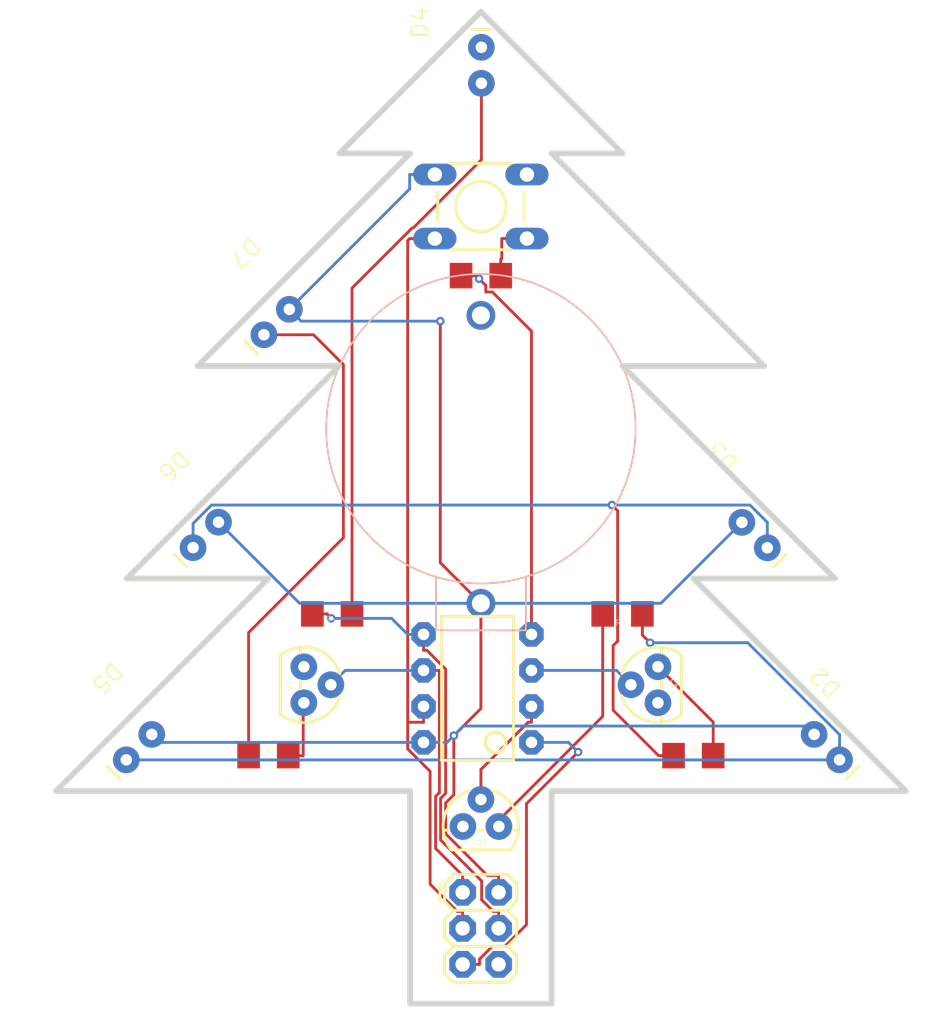
<source format=kicad_pcb>
(kicad_pcb (version 20241129) (generator "pcbnew") (generator_version "8.99")
  (layers (0 "F.Cu" signal) (2 "B.Cu" signal) (13 "F.Paste" user) (15 "B.Paste" user) (5 "F.SilkS" user "F.Silkscreen") (7 "B.SilkS" user "B.Silkscreen") (1 "F.Mask" user) (3 "B.Mask" user) (25 "Edge.Cuts" user))
  (net 0 "")
  (net 1 "VCC")
  (net 2 "GND")
  (net 3 "MOSI/TOP")
  (net 4 "SCK/SW")
  (net 5 "MISO/T3")
  (net 6 "RST")
  (net 7 "N$5")
  (net 8 "N$6")
  (net 9 "L2")
  (net 10 "N$2")
  (net 11 "N$4")
  (net 12 "L3")
  (net 13 "N$3")
  (net 14 "L1")
  (net 15 "T1")
  (net 16 "T2")
  (footprint "xmas_tree:LED5MM-SLIM" (layer "F.Cu") (at 148.5351 73.7836 90)
    (property "Reference" "D4" (at 1.8 -3.6584 90) (layer "F.SilkS") (effects (font (size 1.1557 1.1557) (thickness 0.1143)) (justify left bottom)))
    (property "Value" "")
    (fp_line (start 2.54 0.635) (end 2.54 -0.635) (stroke (width 0.2032)) (layer "F.SilkS"))
    (pad "A" thru_hole circle (at -1.27 0 90) (size 1.8796 1.8796) (drill 0.8128) (layers "*.Cu" "*.Mask") (net 8 "N$6"))
    (pad "K" thru_hole circle (at 1.27 0 90) (size 1.8796 1.8796) (drill 0.8128) (layers "*.Cu" "*.Mask") (net 2 "GND"))
  )
  (footprint "xmas_tree:LED5MM-SLIM" (layer "F.Cu") (at 172.9251 121.9036 -45)
    (property "Reference" "D2" (at -2.102728 -3.841454 135) (layer "F.SilkS") (effects (font (size 1.1557 1.1557) (thickness 0.1143)) (justify left bottom)))
    (property "Value" "")
    (fp_line (start 2.54 0.635) (end 2.54 -0.635) (stroke (width 0.2032)) (layer "F.SilkS"))
    (pad "A" thru_hole circle (at -1.270001 0 315) (size 1.8796 1.8796) (drill 0.8128) (layers "*.Cu" "*.Mask") (net 1 "VCC"))
    (pad "K" thru_hole circle (at 1.270001 0 315) (size 1.8796 1.8796) (drill 0.8128) (layers "*.Cu" "*.Mask") (net 14 "L1"))
  )
  (footprint "xmas_tree:DIP08" (layer "F.Cu") (at 148.2611 117.7586 90)
    (property "Reference" "U1" (hide yes))
    (property "Value" "TINY45-20-DIP")
    (fp_line (start 5.08 -2.54) (end 5.08 2.54) (stroke (width 0.2032)) (layer "F.SilkS"))
    (fp_line (start -5.08 -2.54) (end 5.08 -2.54) (stroke (width 0.2032)) (layer "F.SilkS"))
    (fp_line (start -5.08 -2.54) (end -5.08 1.524) (stroke (width 0.2032)) (layer "F.SilkS"))
    (fp_line (start -5.08 1.524) (end -5.08 1.016) (stroke (width 0.2032)) (layer "F.SilkS"))
    (fp_line (start -5.08 2.54) (end -5.08 1.524) (stroke (width 0.2032)) (layer "F.SilkS"))
    (fp_line (start -5.08 2.54) (end 5.08 2.54) (stroke (width 0.2032)) (layer "F.SilkS"))
    (fp_circle (center -3.81 1.27) (end -3.0916 1.27) (stroke (width 0.254)) (fill no) (layer "F.SilkS"))
    (pad "1" thru_hole roundrect (at -3.81 3.81 90) (size 1.7272 1.7272) (drill 0.8128) (layers "*.Cu" "*.Mask") (chamfer_ratio 0.2928932188) (chamfer top_left top_right bottom_left bottom_right) (net 6 "RST"))
    (pad "2" thru_hole roundrect (at -1.27 3.81 90) (size 1.7272 1.7272) (drill 0.8128) (layers "*.Cu" "*.Mask") (chamfer_ratio 0.2928932188) (chamfer top_left top_right bottom_left bottom_right) (net 15 "T1"))
    (pad "3" thru_hole roundrect (at 1.27 3.81 90) (size 1.7272 1.7272) (drill 0.8128) (layers "*.Cu" "*.Mask") (chamfer_ratio 0.2928932188) (chamfer top_left top_right bottom_left bottom_right) (net 16 "T2"))
    (pad "4" thru_hole roundrect (at 3.81 3.81 90) (size 1.7272 1.7272) (drill 0.8128) (layers "*.Cu" "*.Mask") (chamfer_ratio 0.2928932188) (chamfer top_left top_right bottom_left bottom_right) (net 2 "GND"))
    (pad "5" thru_hole roundrect (at 3.81 -3.81 90) (size 1.7272 1.7272) (drill 0.8128) (layers "*.Cu" "*.Mask") (chamfer_ratio 0.2928932188) (chamfer top_left top_right bottom_left bottom_right) (net 3 "MOSI/TOP"))
    (pad "6" thru_hole roundrect (at 1.27 -3.81 90) (size 1.7272 1.7272) (drill 0.8128) (layers "*.Cu" "*.Mask") (chamfer_ratio 0.2928932188) (chamfer top_left top_right bottom_left bottom_right) (net 5 "MISO/T3"))
    (pad "7" thru_hole roundrect (at -1.27 -3.81 90) (size 1.7272 1.7272) (drill 0.8128) (layers "*.Cu" "*.Mask") (chamfer_ratio 0.2928932188) (chamfer top_left top_right bottom_left bottom_right) (net 4 "SCK/SW"))
    (pad "8" thru_hole roundrect (at -3.81 -3.81 90) (size 1.7272 1.7272) (drill 0.8128) (layers "*.Cu" "*.Mask") (chamfer_ratio 0.2928932188) (chamfer top_left top_right bottom_left bottom_right) (net 1 "VCC"))
  )
  (footprint "xmas_tree:TO-92" (layer "F.Cu") (at 161.0011 117.5036 90)
    (property "Reference" "Q2" (at -0.325 1.365 90) (layer "F.SilkS") (effects (font (size 0.369824 0.369824) (thickness 0.036576)) (justify left bottom)))
    (property "Value" "MOSFET-NCHANNEL2N7000" (hide yes))
    (fp_line (start 2.2537 0.254) (end 2.6549 0.254) (stroke (width 0.2032)) (layer "F.SilkS"))
    (fp_line (start -0.2863 0.254) (end 0.2863 0.254) (stroke (width 0.2032)) (layer "F.SilkS"))
    (fp_line (start -2.6549 0.254) (end -2.2537 0.254) (stroke (width 0.2032)) (layer "F.SilkS"))
    (fp_line (start -2.0945 1.651) (end 2.0945 1.651) (stroke (width 0.2032)) (layer "F.SilkS"))
    (fp_arc (start 0.7863 -2.548397) (mid 2.546269 -0.7932) (end 2.0945 1.651) (stroke (width 0.2032)) (layer "F.SilkS"))
    (fp_arc (start -2.094599 1.650999) (mid -2.546339 -0.793276) (end -0.7863 -2.5485) (stroke (width 0.2032)) (layer "F.SilkS"))
    (pad "1" thru_hole circle (at -1.27 0 90) (size 1.8796 1.8796) (drill 0.8128) (layers "*.Cu" "*.Mask") (net 2 "GND"))
    (pad "2" thru_hole circle (at 0 -1.905 90) (size 1.8796 1.8796) (drill 0.8128) (layers "*.Cu" "*.Mask") (net 16 "T2"))
    (pad "3" thru_hole circle (at 1.27 0 90) (size 1.8796 1.8796) (drill 0.8128) (layers "*.Cu" "*.Mask") (net 11 "N$4"))
  )
  (footprint "xmas_tree:LED5MM-SLIM" (layer "F.Cu") (at 124.3641 121.9036 -135)
    (property "Reference" "D5" (at -3.074997 5.716598 -135) (layer "F.SilkS") (effects (font (size 1.1557 1.1557) (thickness 0.1143)) (justify left bottom)))
    (property "Value" "")
    (fp_line (start 2.54 0.635) (end 2.54 -0.635) (stroke (width 0.2032)) (layer "F.SilkS"))
    (pad "A" thru_hole circle (at -1.270001 0 225) (size 1.8796 1.8796) (drill 0.8128) (layers "*.Cu" "*.Mask") (net 1 "VCC"))
    (pad "K" thru_hole circle (at 1.270001 0 225) (size 1.8796 1.8796) (drill 0.8128) (layers "*.Cu" "*.Mask") (net 14 "L1"))
  )
  (footprint "xmas_tree:1206" (layer "F.Cu") (at 148.5011 88.6286)
    (property "Reference" "R5" (at -0.27 -0.143 0) (layer "F.SilkS") (effects (font (size 0.376489 0.376489) (thickness 0.029911)) (justify left bottom)))
    (property "Value" "10KΩ")
    (pad "1" smd rect (at -1.4 0) (size 1.6 1.8) (layers "F.Cu" "F.Mask" "F.Paste") (net 2 "GND"))
    (pad "2" smd rect (at 1.4 0) (size 1.6 1.8) (layers "F.Cu" "F.Mask" "F.Paste") (net 13 "N$3"))
  )
  (footprint "xmas_tree:TO-92" (layer "F.Cu") (at 136.0011 117.5036 -90)
    (property "Reference" "Q1" (at -0.325 1.265 90) (layer "F.SilkS") (effects (font (size 0.369824 0.369824) (thickness 0.036576)) (justify right top)))
    (property "Value" "MOSFET-NCHANNEL2N7000" (hide yes))
    (fp_line (start -2.0945 1.651) (end 2.0945 1.651) (stroke (width 0.2032)) (layer "F.SilkS"))
    (fp_line (start -2.6549 0.254) (end -2.2537 0.254) (stroke (width 0.2032)) (layer "F.SilkS"))
    (fp_line (start -0.2863 0.254) (end 0.2863 0.254) (stroke (width 0.2032)) (layer "F.SilkS"))
    (fp_line (start 2.2537 0.254) (end 2.6549 0.254) (stroke (width 0.2032)) (layer "F.SilkS"))
    (fp_arc (start -2.094599 1.650999) (mid -2.546339 -0.793276) (end -0.7863 -2.5485) (stroke (width 0.2032)) (layer "F.SilkS"))
    (fp_arc (start 0.7863 -2.548397) (mid 2.546269 -0.7932) (end 2.0945 1.651) (stroke (width 0.2032)) (layer "F.SilkS"))
    (pad "1" thru_hole circle (at -1.27 0 270) (size 1.8796 1.8796) (drill 0.8128) (layers "*.Cu" "*.Mask") (net 2 "GND"))
    (pad "2" thru_hole circle (at 0 -1.905 270) (size 1.8796 1.8796) (drill 0.8128) (layers "*.Cu" "*.Mask") (net 5 "MISO/T3"))
    (pad "3" thru_hole circle (at 1.27 0 270) (size 1.8796 1.8796) (drill 0.8128) (layers "*.Cu" "*.Mask") (net 10 "N$2"))
  )
  (footprint "xmas_tree:TO-92" (layer "F.Cu") (at 148.5011 127.5036)
    (property "Reference" "Q3" (at -0.325 1.365 0) (layer "F.SilkS") (effects (font (size 0.369824 0.369824) (thickness 0.036576)) (justify left bottom)))
    (property "Value" "MOSFET-NCHANNEL2N7000" (hide yes))
    (fp_line (start -2.6549 0.254) (end -2.2537 0.254) (stroke (width 0.2032)) (layer "F.SilkS"))
    (fp_line (start -2.0945 1.651) (end 2.0945 1.651) (stroke (width 0.2032)) (layer "F.SilkS"))
    (fp_line (start -0.2863 0.254) (end 0.2863 0.254) (stroke (width 0.2032)) (layer "F.SilkS"))
    (fp_line (start 2.2537 0.254) (end 2.6549 0.254) (stroke (width 0.2032)) (layer "F.SilkS"))
    (fp_arc (start -2.094599 1.650999) (mid -2.546339 -0.793276) (end -0.7863 -2.5485) (stroke (width 0.2032)) (layer "F.SilkS"))
    (fp_arc (start 0.7863 -2.548397) (mid 2.546269 -0.7932) (end 2.0945 1.651) (stroke (width 0.2032)) (layer "F.SilkS"))
    (pad "1" thru_hole circle (at -1.27 0) (size 1.8796 1.8796) (drill 0.8128) (layers "*.Cu" "*.Mask") (net 2 "GND"))
    (pad "2" thru_hole circle (at 0 -1.905) (size 1.8796 1.8796) (drill 0.8128) (layers "*.Cu" "*.Mask") (net 15 "T1"))
    (pad "3" thru_hole circle (at 1.27 0) (size 1.8796 1.8796) (drill 0.8128) (layers "*.Cu" "*.Mask") (net 7 "N$5"))
  )
  (footprint "xmas_tree:2X3" (layer "F.Cu") (at 147.2111 132.1536 -90)
    (property "Reference" "J1" (hide yes))
    (property "Value" "AVR_SPI_PRG_6PTH" (hide yes))
    (fp_line (start 0.635 1.605) (end -0.635 1.605) (stroke (width 0.2032)) (layer "F.SilkS"))
    (fp_line (start -0.635 1.27) (end 0.635 1.27) (stroke (width 0.2032)) (layer "F.SilkS"))
    (fp_line (start 0.635 1.27) (end 1.27 0.635) (stroke (width 0.2032)) (layer "F.SilkS"))
    (fp_line (start 1.905 1.27) (end 3.175 1.27) (stroke (width 0.2032)) (layer "F.SilkS"))
    (fp_line (start 3.175 1.27) (end 3.81 0.635) (stroke (width 0.2032)) (layer "F.SilkS"))
    (fp_line (start 4.445 1.27) (end 5.715 1.27) (stroke (width 0.2032)) (layer "F.SilkS"))
    (fp_line (start 5.715 1.27) (end 6.35 0.635) (stroke (width 0.2032)) (layer "F.SilkS"))
    (fp_line (start -1.27 0.635) (end -0.635 1.27) (stroke (width 0.2032)) (layer "F.SilkS"))
    (fp_line (start -1.27 0.635) (end -1.27 -3.175) (stroke (width 0.2032)) (layer "F.SilkS"))
    (fp_line (start 1.27 0.635) (end 1.905 1.27) (stroke (width 0.2032)) (layer "F.SilkS"))
    (fp_line (start 3.81 0.635) (end 4.445 1.27) (stroke (width 0.2032)) (layer "F.SilkS"))
    (fp_line (start -1.27 -3.175) (end -0.635 -3.81) (stroke (width 0.2032)) (layer "F.SilkS"))
    (fp_line (start 1.27 -3.175) (end 1.27 0.635) (stroke (width 0.2032)) (layer "F.SilkS"))
    (fp_line (start 1.27 -3.175) (end 1.905 -3.81) (stroke (width 0.2032)) (layer "F.SilkS"))
    (fp_line (start 3.81 -3.175) (end 3.81 0.635) (stroke (width 0.2032)) (layer "F.SilkS"))
    (fp_line (start 3.81 -3.175) (end 4.445 -3.81) (stroke (width 0.2032)) (layer "F.SilkS"))
    (fp_line (start 6.35 -3.175) (end 6.35 0.635) (stroke (width 0.2032)) (layer "F.SilkS"))
    (fp_line (start -0.635 -3.81) (end 0.635 -3.81) (stroke (width 0.2032)) (layer "F.SilkS"))
    (fp_line (start 0.635 -3.81) (end 1.27 -3.175) (stroke (width 0.2032)) (layer "F.SilkS"))
    (fp_line (start 1.905 -3.81) (end 3.175 -3.81) (stroke (width 0.2032)) (layer "F.SilkS"))
    (fp_line (start 3.175 -3.81) (end 3.81 -3.175) (stroke (width 0.2032)) (layer "F.SilkS"))
    (fp_line (start 4.445 -3.81) (end 5.715 -3.81) (stroke (width 0.2032)) (layer "F.SilkS"))
    (fp_line (start 5.715 -3.81) (end 6.35 -3.175) (stroke (width 0.2032)) (layer "F.SilkS"))
    (pad "1" thru_hole roundrect (at 0 0 270) (size 1.8796 1.8796) (drill 1.016) (layers "*.Cu" "*.Mask") (chamfer_ratio 0.2928932188) (chamfer top_left top_right bottom_left bottom_right) (net 5 "MISO/T3"))
    (pad "2" thru_hole roundrect (at 0 -2.54 270) (size 1.8796 1.8796) (drill 1.016) (layers "*.Cu" "*.Mask") (chamfer_ratio 0.2928932188) (chamfer top_left top_right bottom_left bottom_right) (net 1 "VCC"))
    (pad "3" thru_hole roundrect (at 2.54 0 270) (size 1.8796 1.8796) (drill 1.016) (layers "*.Cu" "*.Mask") (chamfer_ratio 0.2928932188) (chamfer top_left top_right bottom_left bottom_right) (net 4 "SCK/SW"))
    (pad "4" thru_hole roundrect (at 2.54 -2.54 270) (size 1.8796 1.8796) (drill 1.016) (layers "*.Cu" "*.Mask") (chamfer_ratio 0.2928932188) (chamfer top_left top_right bottom_left bottom_right) (net 3 "MOSI/TOP"))
    (pad "5" thru_hole roundrect (at 5.08 0 270) (size 1.8796 1.8796) (drill 1.016) (layers "*.Cu" "*.Mask") (chamfer_ratio 0.2928932188) (chamfer top_left top_right bottom_left bottom_right) (net 6 "RST"))
    (pad "6" thru_hole roundrect (at 5.08 -2.54 270) (size 1.8796 1.8796) (drill 1.016) (layers "*.Cu" "*.Mask") (chamfer_ratio 0.2928932188) (chamfer top_left top_right bottom_left bottom_right) (net 2 "GND"))
  )
  (footprint "xmas_tree:TAC-SWITCH-PTH" (layer "F.Cu") (at 148.5011 83.7536)
    (property "Reference" "U$1" (hide yes))
    (property "Value" "TACTILE-SWITCH-PTH" (hide yes))
    (fp_line (start -3.048 -1.028) (end -3.048 1.016) (stroke (width 0.2032)) (layer "F.SilkS"))
    (fp_line (start -2.159 3.048) (end 2.159 3.048) (stroke (width 0.2032)) (layer "F.SilkS"))
    (fp_line (start 2.159 -3.048) (end -2.159 -3.048) (stroke (width 0.2032)) (layer "F.SilkS"))
    (fp_line (start 3.048 -0.998) (end 3.048 1.016) (stroke (width 0.2032)) (layer "F.SilkS"))
    (fp_circle (center 0 0) (end 1.778 0) (stroke (width 0.2032)) (fill no) (layer "F.SilkS"))
    (pad "1" thru_hole oval (at -3.2512 -2.2606) (size 3.048 1.524) (drill 1.016) (layers "*.Cu" "*.Mask") (net 1 "VCC"))
    (pad "2" thru_hole oval (at 3.2512 -2.2606) (size 3.048 1.524) (drill 1.016) (layers "*.Cu" "*.Mask"))
    (pad "3" thru_hole oval (at -3.2512 2.2606) (size 3.048 1.524) (drill 1.016) (layers "*.Cu" "*.Mask") (net 4 "SCK/SW"))
    (pad "4" thru_hole oval (at 3.2512 2.2606) (size 3.048 1.524) (drill 1.016) (layers "*.Cu" "*.Mask") (net 13 "N$3"))
  )
  (footprint "xmas_tree:1206" (layer "F.Cu") (at 138.0011 112.5036 180)
    (property "Reference" "R4" (at -0.27 -0.143 0) (layer "F.SilkS") (effects (font (size 0.376489 0.376489) (thickness 0.029911)) (justify right top)))
    (property "Value" "22Ω")
    (pad "1" smd rect (at -1.4 0 180) (size 1.6 1.8) (layers "F.Cu" "F.Mask" "F.Paste") (net 8 "N$6"))
    (pad "2" smd rect (at 1.4 0 180) (size 1.6 1.8) (layers "F.Cu" "F.Mask" "F.Paste") (net 3 "MOSI/TOP"))
  )
  (footprint "xmas_tree:1206" (layer "F.Cu") (at 158.5011 112.5036 180)
    (property "Reference" "R3" (at -0.27 -0.393 0) (layer "F.SilkS") (effects (font (size 0.376489 0.376489) (thickness 0.029911)) (justify right top)))
    (property "Value" "22Ω")
    (pad "1" smd rect (at -1.4 0 180) (size 1.6 1.8) (layers "F.Cu" "F.Mask" "F.Paste") (net 14 "L1"))
    (pad "2" smd rect (at 1.4 0 180) (size 1.6 1.8) (layers "F.Cu" "F.Mask" "F.Paste") (net 7 "N$5"))
  )
  (footprint "xmas_tree:LED5MM-SLIM" (layer "F.Cu") (at 129.0771 106.9276 -135)
    (property "Reference" "D6" (at -3.074997 5.716598 -135) (layer "F.SilkS") (effects (font (size 1.1557 1.1557) (thickness 0.1143)) (justify left bottom)))
    (property "Value" "")
    (fp_line (start 2.54 0.635) (end 2.54 -0.635) (stroke (width 0.2032)) (layer "F.SilkS"))
    (pad "A" thru_hole circle (at -1.270001 0 225) (size 1.8796 1.8796) (drill 0.8128) (layers "*.Cu" "*.Mask") (net 1 "VCC"))
    (pad "K" thru_hole circle (at 1.270001 0 225) (size 1.8796 1.8796) (drill 0.8128) (layers "*.Cu" "*.Mask") (net 9 "L2"))
  )
  (footprint "xmas_tree:LED5MM-SLIM" (layer "F.Cu") (at 167.8251 106.9376 -45)
    (property "Reference" "D3" (at -4.324998 -3.033397 135) (layer "F.SilkS") (effects (font (size 1.1557 1.1557) (thickness 0.1143)) (justify left bottom)))
    (property "Value" "")
    (fp_line (start 2.54 0.635) (end 2.54 -0.635) (stroke (width 0.2032)) (layer "F.SilkS"))
    (pad "A" thru_hole circle (at -1.270001 0 315) (size 1.8796 1.8796) (drill 0.8128) (layers "*.Cu" "*.Mask") (net 1 "VCC"))
    (pad "K" thru_hole circle (at 1.270001 0 315) (size 1.8796 1.8796) (drill 0.8128) (layers "*.Cu" "*.Mask") (net 9 "L2"))
  )
  (footprint "xmas_tree:1206" (layer "F.Cu") (at 163.5011 122.5036)
    (property "Reference" "R1" (at -0.27 -0.143 0) (layer "F.SilkS") (effects (font (size 0.376489 0.376489) (thickness 0.029911)) (justify left bottom)))
    (property "Value" "22Ω")
    (pad "1" smd rect (at -1.4 0) (size 1.6 1.8) (layers "F.Cu" "F.Mask" "F.Paste") (net 9 "L2"))
    (pad "2" smd rect (at 1.4 0) (size 1.6 1.8) (layers "F.Cu" "F.Mask" "F.Paste") (net 11 "N$4"))
  )
  (footprint "xmas_tree:LED5MM-SLIM" (layer "F.Cu") (at 134.0771 91.9036 -135)
    (property "Reference" "D7" (at -3.074997 5.716598 -135) (layer "F.SilkS") (effects (font (size 1.1557 1.1557) (thickness 0.1143)) (justify left bottom)))
    (property "Value" "")
    (fp_line (start 2.54 0.635) (end 2.54 -0.635) (stroke (width 0.2032)) (layer "F.SilkS"))
    (pad "A" thru_hole circle (at -1.270001 0 225) (size 1.8796 1.8796) (drill 0.8128) (layers "*.Cu" "*.Mask") (net 1 "VCC"))
    (pad "K" thru_hole circle (at 1.270001 0 225) (size 1.8796 1.8796) (drill 0.8128) (layers "*.Cu" "*.Mask") (net 12 "L3"))
  )
  (footprint "xmas_tree:1206" (layer "F.Cu") (at 133.5011 122.5036)
    (property "Reference" "R2" (at -0.27 -0.143 0) (layer "F.SilkS") (effects (font (size 0.376489 0.376489) (thickness 0.029911)) (justify left bottom)))
    (property "Value" "22Ω")
    (pad "1" smd rect (at -1.4 0) (size 1.6 1.8) (layers "F.Cu" "F.Mask" "F.Paste") (net 12 "L3"))
    (pad "2" smd rect (at 1.4 0) (size 1.6 1.8) (layers "F.Cu" "F.Mask" "F.Paste") (net 10 "N$2"))
  )
  (footprint "xmas_tree:BATTERY_1236_C" (layer "B.Cu") (at 148.5011 111.7536 180)
    (property "Reference" "BATTERY_1" (hide yes))
    (property "Value" "BATTERY_1236_C" (hide yes))
    (fp_line (start 3.175 -1.905) (end 3.175 1.905) (stroke (width 0.127)) (layer "B.SilkS"))
    (fp_line (start -3.175 1.905) (end -3.175 -1.905) (stroke (width 0.127)) (layer "B.SilkS"))
    (fp_line (start -3.175 -1.905) (end 3.175 -1.905) (stroke (width 0.127)) (layer "B.SilkS"))
    (fp_circle (center 0 12.319) (end 10.922 12.319) (stroke (width 0.127)) (fill no) (layer "B.SilkS"))
    (pad "+" thru_hole circle (at 0 0 180) (size 2.032 2.032) (drill 1.27) (layers "F&B.Cu" "*.Mask") (net 1 "VCC"))
    (pad "-" thru_hole circle (at 0 20.32 180) (size 2.032 2.032) (drill 1.27) (layers "F&B.Cu" "*.Mask") (net 2 "GND"))
  )
  (gr_line (start 143.5011 140.0036) (end 153.5011 140.0036) (stroke (width 0.4064)) (layer "Edge.Cuts"))
  (gr_line (start 158.5011 95.0036) (end 168.5011 95.0036) (stroke (width 0.4064)) (layer "Edge.Cuts"))
  (gr_line (start 138.5011 95.0036) (end 123.5011 110.0036) (stroke (width 0.4064)) (layer "Edge.Cuts"))
  (gr_line (start 128.5011 95.0036) (end 138.5011 95.0036) (stroke (width 0.4064)) (layer "Edge.Cuts"))
  (gr_line (start 178.5011 125.0036) (end 163.5011 110.0036) (stroke (width 0.4064)) (layer "Edge.Cuts"))
  (gr_line (start 133.5011 110.0036) (end 118.5011 125.0036) (stroke (width 0.4064)) (layer "Edge.Cuts"))
  (gr_line (start 153.5011 140.0036) (end 153.5011 125.0036) (stroke (width 0.4064)) (layer "Edge.Cuts"))
  (gr_line (start 158.5011 80.0036) (end 148.5011 70.0036) (stroke (width 0.4064)) (layer "Edge.Cuts"))
  (gr_line (start 118.5011 125.0036) (end 143.5011 125.0036) (stroke (width 0.4064)) (layer "Edge.Cuts"))
  (gr_line (start 123.5011 110.0036) (end 133.5011 110.0036) (stroke (width 0.4064)) (layer "Edge.Cuts"))
  (gr_line (start 148.5011 70.0036) (end 138.5011 80.0036) (stroke (width 0.4064)) (layer "Edge.Cuts"))
  (gr_line (start 153.5011 80.0036) (end 158.5011 80.0036) (stroke (width 0.4064)) (layer "Edge.Cuts"))
  (gr_line (start 163.5011 110.0036) (end 173.5011 110.0036) (stroke (width 0.4064)) (layer "Edge.Cuts"))
  (gr_line (start 153.5011 125.0036) (end 178.5011 125.0036) (stroke (width 0.4064)) (layer "Edge.Cuts"))
  (gr_line (start 173.5011 110.0036) (end 158.5011 95.0036) (stroke (width 0.4064)) (layer "Edge.Cuts"))
  (gr_line (start 138.5011 80.0036) (end 143.5011 80.0036) (stroke (width 0.4064)) (layer "Edge.Cuts"))
  (gr_line (start 143.5011 125.0036) (end 143.5011 140.0036) (stroke (width 0.4064)) (layer "Edge.Cuts"))
  (gr_line (start 168.5011 95.0036) (end 153.5011 80.0036) (stroke (width 0.4064)) (layer "Edge.Cuts"))
  (gr_line (start 143.5011 80.0036) (end 128.5011 95.0036) (stroke (width 0.4064)) (layer "Edge.Cuts"))
  (segment (start 145.6347 91.8398) (end 145.6347 108.8872) (width 0.2) (layer "F.Cu") (net 1))
  (segment (start 146.5904 121.0908) (end 148.5011 119.1801) (width 0.2) (layer "F.Cu") (net 1))
  (segment (start 146.0128 125.8427) (end 146.5904 125.2651) (width 0.2) (layer "F.Cu") (net 1))
  (segment (start 149.7511 132.1536) (end 149.7511 130.9579) (width 0.2) (layer "F.Cu") (net 1))
  (segment (start 148.9513 130.9579) (end 146.0128 128.0194) (width 0.2) (layer "F.Cu") (net 1))
  (segment (start 149.7511 130.9579) (end 148.9513 130.9579) (width 0.2) (layer "F.Cu") (net 1))
  (segment (start 145.6347 108.8872) (end 148.5011 111.7536) (width 0.2) (layer "F.Cu") (net 1))
  (segment (start 148.5011 119.1801) (end 148.5011 111.7536) (width 0.2) (layer "F.Cu") (net 1))
  (segment (start 146.0128 128.0194) (end 146.0128 125.8427) (width 0.2) (layer "F.Cu") (net 1))
  (segment (start 146.5904 125.2651) (end 146.5904 121.0908) (width 0.2) (layer "F.Cu") (net 1))
  (via (at 145.6347 91.8398) (size 0.6) (drill 0.3) (layers "F.Cu" "B.Cu") (net 1))
  (via (at 146.5904 121.0908) (size 0.6) (drill 0.3) (layers "F.Cu" "B.Cu") (net 1))
  (segment (start 147.2668 120.4144) (end 171.4359 120.4144) (width 0.2) (layer "B.Cu") (net 1))
  (segment (start 125.2621 121.0056) (end 125.8251 121.5686) (width 0.2) (layer "B.Cu") (net 1))
  (segment (start 146.5904 121.0908) (end 147.2668 120.4144) (width 0.2) (layer "B.Cu") (net 1))
  (segment (start 161.2131 111.7536) (end 148.5011 111.7536) (width 0.2) (layer "B.Cu") (net 1))
  (segment (start 135.8093 91.8398) (end 145.6347 91.8398) (width 0.2) (layer "B.Cu") (net 1))
  (segment (start 144.4511 121.5686) (end 146.1126 121.5686) (width 0.2) (layer "B.Cu") (net 1))
  (segment (start 129.9751 106.0296) (end 135.6991 111.7536) (width 0.2) (layer "B.Cu") (net 1))
  (segment (start 166.9271 106.0396) (end 161.2131 111.7536) (width 0.2) (layer "B.Cu") (net 1))
  (segment (start 134.9751 91.0056) (end 135.8093 91.8398) (width 0.2) (layer "B.Cu") (net 1))
  (segment (start 125.8251 121.5686) (end 144.4511 121.5686) (width 0.2) (layer "B.Cu") (net 1))
  (segment (start 146.1126 121.5686) (end 146.5904 121.0908) (width 0.2) (layer "B.Cu") (net 1))
  (segment (start 171.4359 120.4144) (end 172.0271 121.0056) (width 0.2) (layer "B.Cu") (net 1))
  (segment (start 143.4718 82.5089) (end 143.4718 81.493) (width 0.2) (layer "B.Cu") (net 1))
  (segment (start 145.2499 81.493) (end 143.4718 81.493) (width 0.2) (layer "B.Cu") (net 1))
  (segment (start 134.9751 91.0056) (end 143.4718 82.5089) (width 0.2) (layer "B.Cu") (net 1))
  (segment (start 135.6991 111.7536) (end 148.5011 111.7536) (width 0.2) (layer "B.Cu") (net 1))
  (segment (start 152.0711 92.5445) (end 149.3086 89.782) (width 0.2) (layer "F.Cu") (net 2))
  (segment (start 149.3086 89.782) (end 148.8477 89.782) (width 0.2) (layer "F.Cu") (net 2))
  (segment (start 148.8477 89.782) (end 148.8477 89.3211) (width 0.2) (layer "F.Cu") (net 2))
  (segment (start 148.3698 88.8432) (end 148.1552 88.6286) (width 0.2) (layer "F.Cu") (net 2))
  (segment (start 147.1011 88.6286) (end 148.1552 88.6286) (width 0.2) (layer "F.Cu") (net 2))
  (segment (start 148.8477 89.3211) (end 148.3698 88.8432) (width 0.2) (layer "F.Cu") (net 2))
  (segment (start 152.0711 113.9486) (end 152.0711 92.5445) (width 0.2) (layer "F.Cu") (net 2))
  (via (at 148.3698 88.8432) (size 0.6) (drill 0.3) (layers "F.Cu" "B.Cu") (net 2))
  (segment (start 137.6552 112.5365) (end 137.9345 112.8158) (width 0.2) (layer "F.Cu") (net 3))
  (segment (start 148.5554 131.353) (end 148.5554 132.676) (width 0.2) (layer "F.Cu") (net 3))
  (segment (start 144.4511 113.9486) (end 144.4511 115.0679) (width 0.2) (layer "F.Cu") (net 3))
  (segment (start 145.6587 125.5197) (end 145.6587 128.4563) (width 0.2) (layer "F.Cu") (net 3))
  (segment (start 148.5554 132.676) (end 149.3773 133.4979) (width 0.2) (layer "F.Cu") (net 3))
  (segment (start 144.4511 115.0679) (end 144.683 115.0679) (width 0.2) (layer "F.Cu") (net 3))
  (segment (start 149.7511 134.6936) (end 149.7511 133.4979) (width 0.2) (layer "F.Cu") (net 3))
  (segment (start 144.683 115.0679) (end 146.0128 116.3977) (width 0.2) (layer "F.Cu") (net 3))
  (segment (start 137.6552 112.5036) (end 137.6552 112.5365) (width 0.2) (layer "F.Cu") (net 3))
  (segment (start 136.6011 112.5036) (end 137.6552 112.5036) (width 0.2) (layer "F.Cu") (net 3))
  (segment (start 145.6587 128.4563) (end 148.5554 131.353) (width 0.2) (layer "F.Cu") (net 3))
  (segment (start 146.0128 125.1656) (end 145.6587 125.5197) (width 0.2) (layer "F.Cu") (net 3))
  (segment (start 149.3773 133.4979) (end 149.7511 133.4979) (width 0.2) (layer "F.Cu") (net 3))
  (segment (start 146.0128 116.3977) (end 146.0128 125.1656) (width 0.2) (layer "F.Cu") (net 3))
  (via (at 137.9345 112.8158) (size 0.6) (drill 0.3) (layers "F.Cu" "B.Cu") (net 3))
  (segment (start 142.199 112.8158) (end 143.3318 113.9486) (width 0.2) (layer "B.Cu") (net 3))
  (segment (start 137.9345 112.8158) (end 142.199 112.8158) (width 0.2) (layer "B.Cu") (net 3))
  (segment (start 144.4511 113.9486) (end 143.3318 113.9486) (width 0.2) (layer "B.Cu") (net 3))
  (segment (start 147.2111 133.4979) (end 146.8374 133.4979) (width 0.2) (layer "F.Cu") (net 4))
  (segment (start 143.3318 122.0322) (end 143.3318 120.1479) (width 0.2) (layer "F.Cu") (net 4))
  (segment (start 147.2111 134.6936) (end 147.2111 133.4979) (width 0.2) (layer "F.Cu") (net 4))
  (segment (start 144.4511 120.1479) (end 143.3318 120.1479) (width 0.2) (layer "F.Cu") (net 4))
  (segment (start 143.3318 86.1542) (end 143.4718 86.0142) (width 0.2) (layer "F.Cu") (net 4))
  (segment (start 146.8374 133.4979) (end 144.915 131.5755) (width 0.2) (layer "F.Cu") (net 4))
  (segment (start 145.2499 86.0142) (end 143.4718 86.0142) (width 0.2) (layer "F.Cu") (net 4))
  (segment (start 144.4511 119.0286) (end 144.4511 120.1479) (width 0.2) (layer "F.Cu") (net 4))
  (segment (start 143.3318 120.1479) (end 143.3318 86.1542) (width 0.2) (layer "F.Cu") (net 4))
  (segment (start 144.915 123.6154) (end 143.3318 122.0322) (width 0.2) (layer "F.Cu") (net 4))
  (segment (start 144.915 131.5755) (end 144.915 123.6154) (width 0.2) (layer "F.Cu") (net 4))
  (segment (start 145.5704 116.4886) (end 145.5704 125.1073) (width 0.2) (layer "F.Cu") (net 5))
  (segment (start 144.4511 116.4886) (end 145.5704 116.4886) (width 0.2) (layer "F.Cu") (net 5))
  (segment (start 145.5704 125.1073) (end 145.3046 125.3731) (width 0.2) (layer "F.Cu") (net 5))
  (segment (start 145.3046 129.0514) (end 147.2111 130.9579) (width 0.2) (layer "F.Cu") (net 5))
  (segment (start 147.2111 132.1536) (end 147.2111 130.9579) (width 0.2) (layer "F.Cu") (net 5))
  (segment (start 145.3046 125.3731) (end 145.3046 129.0514) (width 0.2) (layer "F.Cu") (net 5))
  (segment (start 138.9211 116.4886) (end 137.9061 117.5036) (width 0.2) (layer "B.Cu") (net 5))
  (segment (start 144.4511 116.4886) (end 138.9211 116.4886) (width 0.2) (layer "B.Cu") (net 5))
  (segment (start 151.718 125.8995) (end 151.718 134.4376) (width 0.2) (layer "F.Cu") (net 6))
  (segment (start 150.192 135.9636) (end 149.3052 135.9636) (width 0.2) (layer "F.Cu") (net 6))
  (segment (start 148.4068 136.862) (end 148.4068 137.2336) (width 0.2) (layer "F.Cu") (net 6))
  (segment (start 147.2111 137.2336) (end 148.4068 137.2336) (width 0.2) (layer "F.Cu") (net 6))
  (segment (start 149.3052 135.9636) (end 148.4068 136.862) (width 0.2) (layer "F.Cu") (net 6))
  (segment (start 155.3661 122.2514) (end 151.718 125.8995) (width 0.2) (layer "F.Cu") (net 6))
  (segment (start 151.718 134.4376) (end 150.192 135.9636) (width 0.2) (layer "F.Cu") (net 6))
  (via (at 155.3661 122.2514) (size 0.6) (drill 0.3) (layers "F.Cu" "B.Cu") (net 6))
  (segment (start 154.6833 121.5686) (end 155.3661 122.2514) (width 0.2) (layer "B.Cu") (net 6))
  (segment (start 152.0711 121.5686) (end 154.6833 121.5686) (width 0.2) (layer "B.Cu") (net 6))
  (segment (start 149.7711 127.0629) (end 149.7711 127.5036) (width 0.2) (layer "F.Cu") (net 7))
  (segment (start 157.1011 112.5036) (end 157.1011 119.7329) (width 0.2) (layer "F.Cu") (net 7))
  (segment (start 157.1011 119.7329) (end 149.7711 127.0629) (width 0.2) (layer "F.Cu") (net 7))
  (segment (start 139.4011 89.5088) (end 143.6493 85.2606) (width 0.2) (layer "F.Cu") (net 8))
  (segment (start 139.4011 112.5036) (end 139.4011 89.5088) (width 0.2) (layer "F.Cu") (net 8))
  (segment (start 143.7267 85.2606) (end 148.5351 80.4522) (width 0.2) (layer "F.Cu") (net 8))
  (segment (start 148.5351 80.4522) (end 148.5351 75.0536) (width 0.2) (layer "F.Cu") (net 8))
  (segment (start 143.6493 85.2606) (end 143.7267 85.2606) (width 0.2) (layer "F.Cu") (net 8))
  (segment (start 162.1011 122.5036) (end 161.047 122.5036) (width 0.2) (layer "F.Cu") (net 9))
  (segment (start 161.047 122.5036) (end 157.8352 119.2918) (width 0.2) (layer "F.Cu") (net 9))
  (segment (start 158.1552 114.4222) (end 158.1552 105.2225) (width 0.2) (layer "F.Cu") (net 9))
  (segment (start 157.8352 114.7422) (end 158.1552 114.4222) (width 0.2) (layer "F.Cu") (net 9))
  (segment (start 158.1552 105.2225) (end 157.7522 104.8195) (width 0.2) (layer "F.Cu") (net 9))
  (segment (start 157.8352 119.2918) (end 157.8352 114.7422) (width 0.2) (layer "F.Cu") (net 9))
  (via (at 157.7522 104.8195) (size 0.6) (drill 0.3) (layers "F.Cu" "B.Cu") (net 9))
  (segment (start 128.1791 106.1215) (end 129.4811 104.8195) (width 0.2) (layer "B.Cu") (net 9))
  (segment (start 128.1791 107.8256) (end 128.1791 106.1215) (width 0.2) (layer "B.Cu") (net 9))
  (segment (start 157.7522 104.8195) (end 167.503 104.8195) (width 0.2) (layer "B.Cu") (net 9))
  (segment (start 129.4811 104.8195) (end 157.7522 104.8195) (width 0.2) (layer "B.Cu") (net 9))
  (segment (start 167.503 104.8195) (end 168.7231 106.0396) (width 0.2) (layer "B.Cu") (net 9))
  (segment (start 168.7231 106.0396) (end 168.7231 107.8356) (width 0.2) (layer "B.Cu") (net 9))
  (segment (start 135.9552 122.5036) (end 135.9552 118.8195) (width 0.2) (layer "F.Cu") (net 10))
  (segment (start 134.9011 122.5036) (end 135.9552 122.5036) (width 0.2) (layer "F.Cu") (net 10))
  (segment (start 135.9552 118.8195) (end 136.0011 118.7736) (width 0.2) (layer "F.Cu") (net 10))
  (segment (start 164.9011 120.1336) (end 161.0011 116.2336) (width 0.2) (layer "F.Cu") (net 11))
  (segment (start 164.9011 122.5036) (end 164.9011 120.1336) (width 0.2) (layer "F.Cu") (net 11))
  (segment (start 138.7915 94.9069) (end 136.6862 92.8016) (width 0.2) (layer "F.Cu") (net 12))
  (segment (start 132.1011 113.8189) (end 138.7915 107.1285) (width 0.2) (layer "F.Cu") (net 12))
  (segment (start 138.7915 107.1285) (end 138.7915 94.9069) (width 0.2) (layer "F.Cu") (net 12))
  (segment (start 136.6862 92.8016) (end 133.1791 92.8016) (width 0.2) (layer "F.Cu") (net 12))
  (segment (start 132.1011 122.5036) (end 132.1011 113.8189) (width 0.2) (layer "F.Cu") (net 12))
  (segment (start 149.9742 87.4014) (end 149.9011 87.4745) (width 0.2) (layer "F.Cu") (net 13))
  (segment (start 151.7523 86.0142) (end 149.9742 86.0142) (width 0.2) (layer "F.Cu") (net 13))
  (segment (start 149.9742 86.0142) (end 149.9742 87.4014) (width 0.2) (layer "F.Cu") (net 13))
  (segment (start 149.9011 88.6286) (end 149.9011 87.4745) (width 0.2) (layer "F.Cu") (net 13))
  (segment (start 159.9011 113.9935) (end 159.9011 112.5036) (width 0.2) (layer "F.Cu") (net 14))
  (segment (start 160.4435 114.5359) (end 159.9011 113.9935) (width 0.2) (layer "F.Cu") (net 14))
  (via (at 160.4435 114.5359) (size 0.6) (drill 0.3) (layers "F.Cu" "B.Cu") (net 14))
  (segment (start 173.8231 121.0189) (end 167.3401 114.5359) (width 0.2) (layer "B.Cu") (net 14))
  (segment (start 123.47 122.8055) (end 173.8192 122.8055) (width 0.2) (layer "B.Cu") (net 14))
  (segment (start 173.8192 122.8055) (end 173.8231 122.8016) (width 0.2) (layer "B.Cu") (net 14))
  (segment (start 167.3401 114.5359) (end 160.4435 114.5359) (width 0.2) (layer "B.Cu") (net 14))
  (segment (start 173.8231 122.8016) (end 173.8231 121.0189) (width 0.2) (layer "B.Cu") (net 14))
  (segment (start 123.4661 122.8016) (end 123.47 122.8055) (width 0.2) (layer "B.Cu") (net 14))
  (segment (start 152.0711 119.0286) (end 152.0711 120.1479) (width 0.2) (layer "F.Cu") (net 15))
  (segment (start 148.5011 123.4859) (end 151.8391 120.1479) (width 0.2) (layer "F.Cu") (net 15))
  (segment (start 151.8391 120.1479) (end 152.0711 120.1479) (width 0.2) (layer "F.Cu") (net 15))
  (segment (start 148.5011 125.5986) (end 148.5011 123.4859) (width 0.2) (layer "F.Cu") (net 15))
  (segment (start 152.0711 116.4886) (end 158.0811 116.4886) (width 0.2) (layer "B.Cu") (net 16))
  (segment (start 158.0811 116.4886) (end 159.0961 117.5036) (width 0.2) (layer "B.Cu") (net 16))
)
</source>
